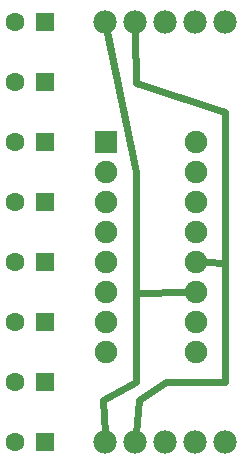
<source format=gtl>
G04 MADE WITH FRITZING*
G04 WWW.FRITZING.ORG*
G04 DOUBLE SIDED*
G04 HOLES PLATED*
G04 CONTOUR ON CENTER OF CONTOUR VECTOR*
%ASAXBY*%
%FSLAX23Y23*%
%MOIN*%
%OFA0B0*%
%SFA1.0B1.0*%
%ADD10C,0.062992*%
%ADD11C,0.075000*%
%ADD12C,0.078000*%
%ADD13R,0.062992X0.062992*%
%ADD14R,0.075000X0.075000*%
%ADD15C,0.024000*%
%LNCOPPER1*%
G90*
G70*
G54D10*
X268Y1577D03*
X169Y1577D03*
X268Y577D03*
X169Y577D03*
X268Y777D03*
X169Y777D03*
X268Y177D03*
X169Y177D03*
X268Y377D03*
X169Y377D03*
X268Y977D03*
X169Y977D03*
X268Y1177D03*
X169Y1177D03*
X268Y1377D03*
X169Y1377D03*
G54D11*
X472Y1177D03*
X772Y1177D03*
X472Y1077D03*
X772Y1077D03*
X472Y977D03*
X772Y977D03*
X472Y877D03*
X772Y877D03*
X472Y777D03*
X772Y777D03*
X472Y677D03*
X772Y677D03*
X472Y577D03*
X772Y577D03*
X472Y477D03*
X772Y477D03*
G54D12*
X869Y177D03*
X769Y177D03*
X669Y177D03*
X569Y177D03*
X469Y177D03*
X469Y1577D03*
X569Y1577D03*
X669Y1577D03*
X769Y1577D03*
X869Y1577D03*
G54D13*
X268Y1577D03*
X268Y577D03*
X268Y777D03*
X268Y177D03*
X268Y377D03*
X268Y977D03*
X268Y1177D03*
X268Y1377D03*
G54D14*
X472Y1177D03*
G54D15*
X570Y377D02*
X463Y317D01*
D02*
X463Y317D02*
X468Y207D01*
D02*
X475Y1547D02*
X570Y1077D01*
D02*
X570Y1077D02*
X570Y377D01*
D02*
X581Y317D02*
X572Y207D01*
D02*
X670Y377D02*
X581Y317D01*
D02*
X869Y377D02*
X670Y377D01*
D02*
X869Y1278D02*
X869Y377D01*
D02*
X569Y1547D02*
X570Y1376D01*
D02*
X570Y1376D02*
X869Y1278D01*
D02*
X570Y676D02*
X738Y677D01*
D02*
X476Y1542D02*
X570Y1077D01*
D02*
X570Y1077D02*
X570Y676D01*
D02*
X570Y1376D02*
X869Y1278D01*
D02*
X569Y1541D02*
X570Y1376D01*
D02*
X869Y1278D02*
X869Y776D01*
D02*
X869Y776D02*
X806Y777D01*
G04 End of Copper1*
M02*
</source>
